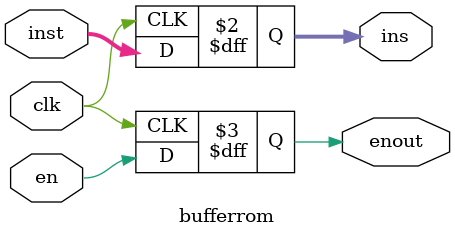
<source format=v>
module bufferrom(
	input clk, en,
	input [31:0]inst,
	output reg [31:0]ins,
	output reg enout
);
always  @(posedge clk)
begin
	enout = en;
	ins = inst;
end
endmodule
</source>
